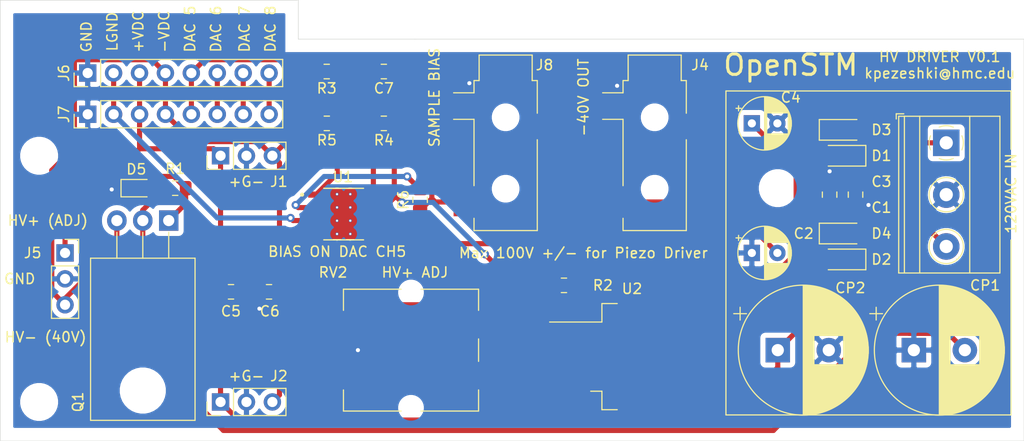
<source format=kicad_pcb>
(kicad_pcb (version 20171130) (host pcbnew "(5.1.6)-1")
  (layers (0 F.Cu signal) (31 B.Cu signal hide) (34 B.Paste user) (35 F.Paste user) (36 B.SilkS user) (37 F.SilkS user) (38 B.Mask user) (39 F.Mask user) (44 Edge.Cuts user))
  (net 0 "")
  (net 1 GND)
  (net 2 "Net-(C3-Pad1)")
  (net 3 "Net-(D1-Pad1)")
  (net 4 "Net-(D2-Pad1)")
  (net 5 "Net-(R2-Pad1)")
  (net 6 "Net-(RV2-Pad3)")
  (net 7 /hvpower/negreg/VNEG)
  (net 8 "Net-(D5-Pad2)")
  (net 9 /HVN)
  (net 10 /HVP)
  (net 11 "Net-(C7-Pad2)")
  (net 12 /biasamp/OUT)
  (net 13 "Net-(J6-Pad8)")
  (net 14 "Net-(J6-Pad7)")
  (net 15 "Net-(J6-Pad6)")
  (net 16 /DACBIAS)
  (net 17 /biasamp/BIAS)
  (net 18 "Net-(R4-Pad2)")
  (net 19 "Net-(R5-Pad1)")
  (net 20 "Net-(U1-Pad9)")
  (net 21 "Net-(U1-Pad5)")
  (module MountingHole:MountingHole_2.7mm_M2.5 (layer F.Cu) (at 118.11 91.44)
    (fp_text reference REF**)
    (fp_text value MountingHole_2.7mm_M2.5)
    (pad 1 np_thru_hole circle (at 0 0) (size 2.7 2.7) (drill 2.7) (layers *.Cu *.Mask))
  )
  (module MountingHole:MountingHole_2.7mm_M2.5 (layer F.Cu) (at 118.11 115.57)
    (fp_text reference REF**)
    (fp_text value MountingHole_2.7mm_M2.5)
    (pad 1 np_thru_hole circle (at 0 0) (size 2.7 2.7) (drill 2.7) (layers *.Cu *.Mask))
  )
  (module MountingHole:MountingHole_2.7mm_M2.5 (layer F.Cu) (at 190.5 94.615)
    (fp_text reference REF**)
    (fp_text value MountingHole_2.7mm_M2.5)
    (pad 1 np_thru_hole circle (at 0 0) (size 2.7 2.7) (drill 2.7) (layers *.Cu *.Mask))
  )
  (module VREG_LM5017MR:NOPB (layer F.Cu) (at 147.955 97.155)
    (fp_text reference U1 (at -0.075 -3.635) (layer F.SilkS))
    (fp_text value OPA454AIDDA)
    (pad 17 thru_hole circle (at 0.65 1.95) (size 0.3 0.3) (drill 0.2) (layers *.Cu *.Mask))
    (pad 16 thru_hole circle (at -0.65 1.95) (size 0.3 0.3) (drill 0.2) (layers *.Cu *.Mask))
    (pad 15 thru_hole circle (at 0.65 0.65) (size 0.3 0.3) (drill 0.2) (layers *.Cu *.Mask))
    (pad 14 thru_hole circle (at -0.65 0.65) (size 0.3 0.3) (drill 0.2) (layers *.Cu *.Mask))
    (pad 13 thru_hole circle (at 0.65 -0.65) (size 0.3 0.3) (drill 0.2) (layers *.Cu *.Mask))
    (pad 12 thru_hole circle (at -0.65 -0.65) (size 0.3 0.3) (drill 0.2) (layers *.Cu *.Mask))
    (pad 11 thru_hole circle (at 0.65 -1.95) (size 0.3 0.3) (drill 0.2) (layers *.Cu *.Mask))
    (pad 10 thru_hole circle (at -0.65 -1.95) (size 0.3 0.3) (drill 0.2) (layers *.Cu *.Mask))
    (pad 9 smd rect (at 0 0) (size 2.95 4.9) (layers F.Cu) (net 20 "Net-(U1-Pad9)"))
    (pad 8 smd rect (at 2.7 -1.905) (size 1.55 0.6) (layers F.Cu F.Paste) (net 18 "Net-(R4-Pad2)"))
    (pad 7 smd rect (at 2.7 -0.635) (size 1.55 0.6) (layers F.Cu F.Paste) (net 10 /HVP))
    (pad 6 smd rect (at 2.7 0.635) (size 1.55 0.6) (layers F.Cu F.Paste) (net 12 /biasamp/OUT))
    (pad 5 smd rect (at 2.7 1.905) (size 1.55 0.6) (layers F.Cu F.Paste) (net 21 "Net-(U1-Pad5)"))
    (pad 4 smd rect (at -2.7 1.905) (size 1.55 0.6) (layers F.Cu F.Paste) (net 9 /HVN))
    (pad 3 smd rect (at -2.7 0.635) (size 1.55 0.6) (layers F.Cu F.Paste) (net 17 /biasamp/BIAS))
    (pad 2 smd rect (at -2.7 -0.635) (size 1.55 0.6) (layers F.Cu F.Paste) (net 11 "Net-(C7-Pad2)"))
    (pad 1 smd rect (at -2.7 -1.905) (size 1.55 0.6) (layers F.Cu F.Paste) (net 19 "Net-(R5-Pad1)"))
  )
  (module Resistor_SMD:R_0805_2012Metric_Pad1.15x1.40mm_HandSolder (layer F.Cu) (at 155.448 95.758 90)
    (fp_text reference R6 (at 0 -1.65 90) (layer F.SilkS))
    (fp_text value 50K)
    (pad 2 smd roundrect (at 1.025 0 90) (size 1.15 1.4) (layers F.Cu F.Paste F.Mask) (roundrect_rratio 0.217391) (net 11 "Net-(C7-Pad2)"))
    (pad 1 smd roundrect (at -1.025 0 90) (size 1.15 1.4) (layers F.Cu F.Paste F.Mask) (roundrect_rratio 0.217391) (net 12 /biasamp/OUT))
  )
  (module Resistor_SMD:R_0805_2012Metric_Pad1.15x1.40mm_HandSolder (layer F.Cu) (at 146.304 88.265 180)
    (fp_text reference R5 (at 0 -1.65) (layer F.SilkS))
    (fp_text value 100K)
    (pad 2 smd roundrect (at 1.025 0 180) (size 1.15 1.4) (layers F.Cu F.Paste F.Mask) (roundrect_rratio 0.217391) (net 9 /HVN))
    (pad 1 smd roundrect (at -1.025 0 180) (size 1.15 1.4) (layers F.Cu F.Paste F.Mask) (roundrect_rratio 0.217391) (net 19 "Net-(R5-Pad1)"))
  )
  (module Resistor_SMD:R_0805_2012Metric_Pad1.15x1.40mm_HandSolder (layer F.Cu) (at 151.892 88.265 180)
    (fp_text reference R4 (at 0 -1.65) (layer F.SilkS))
    (fp_text value 100K)
    (pad 2 smd roundrect (at 1.025 0 180) (size 1.15 1.4) (layers F.Cu F.Paste F.Mask) (roundrect_rratio 0.217391) (net 18 "Net-(R4-Pad2)"))
    (pad 1 smd roundrect (at -1.025 0 180) (size 1.15 1.4) (layers F.Cu F.Paste F.Mask) (roundrect_rratio 0.217391) (net 10 /HVP))
  )
  (module Resistor_SMD:R_0805_2012Metric_Pad1.15x1.40mm_HandSolder (layer F.Cu) (at 146.295 83.185 180)
    (fp_text reference R3 (at 0 -1.65) (layer F.SilkS))
    (fp_text value 1k)
    (pad 2 smd roundrect (at 1.025 0 180) (size 1.15 1.4) (layers F.Cu F.Paste F.Mask) (roundrect_rratio 0.217391) (net 16 /DACBIAS))
    (pad 1 smd roundrect (at -1.025 0 180) (size 1.15 1.4) (layers F.Cu F.Paste F.Mask) (roundrect_rratio 0.217391) (net 11 "Net-(C7-Pad2)"))
  )
  (module Connector_Audio:Jack_3.5mm_CUI_SJ-3523-SMT_Horizontal (layer F.Cu) (at 163.83 90.17)
    (fp_text reference J8 (at 3.81 -7.62) (layer F.SilkS))
    (fp_text value AudioJack2)
    (pad "" np_thru_hole circle (at 0 4.5) (size 1.7 1.7) (drill 1.7) (layers *.Cu *.Mask))
    (pad "" np_thru_hole circle (at 0 -2.5) (size 1.7 1.7) (drill 1.7) (layers *.Cu *.Mask))
    (pad T smd rect (at -3.7 5.8) (size 2.8 2.8) (layers F.Cu F.Paste F.Mask) (net 12 /biasamp/OUT))
    (pad S smd rect (at -3.7 -3.6) (size 2.8 2.2) (layers F.Cu F.Paste F.Mask) (net 1 GND))
    (pad R smd rect (at 3.7 -1.6) (size 2.8 2.2) (layers F.Cu F.Paste F.Mask))
  )
  (module Connector_PinHeader_2.54mm:PinHeader_1x08_P2.54mm_Vertical (layer F.Cu) (at 122.8725 87.376 90)
    (fp_text reference J7 (at 0 -2.33 90) (layer F.SilkS))
    (fp_text value Conn_01x08_Female)
    (pad 8 thru_hole oval (at 0 17.78 90) (size 1.7 1.7) (drill 1) (layers *.Cu *.Mask) (net 13 "Net-(J6-Pad8)"))
    (pad 7 thru_hole oval (at 0 15.24 90) (size 1.7 1.7) (drill 1) (layers *.Cu *.Mask) (net 14 "Net-(J6-Pad7)"))
    (pad 6 thru_hole oval (at 0 12.7 90) (size 1.7 1.7) (drill 1) (layers *.Cu *.Mask) (net 15 "Net-(J6-Pad6)"))
    (pad 5 thru_hole oval (at 0 10.16 90) (size 1.7 1.7) (drill 1) (layers *.Cu *.Mask) (net 16 /DACBIAS))
    (pad 4 thru_hole oval (at 0 7.62 90) (size 1.7 1.7) (drill 1) (layers *.Cu *.Mask) (net 9 /HVN))
    (pad 3 thru_hole oval (at 0 5.08 90) (size 1.7 1.7) (drill 1) (layers *.Cu *.Mask) (net 10 /HVP))
    (pad 2 thru_hole oval (at 0 2.54 90) (size 1.7 1.7) (drill 1) (layers *.Cu *.Mask) (net 17 /biasamp/BIAS))
    (pad 1 thru_hole rect (at 0 0 90) (size 1.7 1.7) (drill 1) (layers *.Cu *.Mask) (net 1 GND))
  )
  (module Connector_PinHeader_2.54mm:PinHeader_1x08_P2.54mm_Vertical (layer F.Cu) (at 122.86742 83.33232 90)
    (fp_text reference J6 (at 0 -2.33 90) (layer F.SilkS))
    (fp_text value Conn_01x08_Male)
    (pad 8 thru_hole oval (at 0 17.78 90) (size 1.7 1.7) (drill 1) (layers *.Cu *.Mask) (net 13 "Net-(J6-Pad8)"))
    (pad 7 thru_hole oval (at 0 15.24 90) (size 1.7 1.7) (drill 1) (layers *.Cu *.Mask) (net 14 "Net-(J6-Pad7)"))
    (pad 6 thru_hole oval (at 0 12.7 90) (size 1.7 1.7) (drill 1) (layers *.Cu *.Mask) (net 15 "Net-(J6-Pad6)"))
    (pad 5 thru_hole oval (at 0 10.16 90) (size 1.7 1.7) (drill 1) (layers *.Cu *.Mask) (net 16 /DACBIAS))
    (pad 4 thru_hole oval (at 0 7.62 90) (size 1.7 1.7) (drill 1) (layers *.Cu *.Mask) (net 9 /HVN))
    (pad 3 thru_hole oval (at 0 5.08 90) (size 1.7 1.7) (drill 1) (layers *.Cu *.Mask) (net 10 /HVP))
    (pad 2 thru_hole oval (at 0 2.54 90) (size 1.7 1.7) (drill 1) (layers *.Cu *.Mask) (net 17 /biasamp/BIAS))
    (pad 1 thru_hole rect (at 0 0 90) (size 1.7 1.7) (drill 1) (layers *.Cu *.Mask) (net 1 GND))
  )
  (module Capacitor_SMD:C_0805_2012Metric_Pad1.15x1.40mm_HandSolder (layer F.Cu) (at 151.892 83.185 180)
    (fp_text reference C7 (at 0 -1.65) (layer F.SilkS))
    (fp_text value 1nF)
    (pad 2 smd roundrect (at 1.025 0 180) (size 1.15 1.4) (layers F.Cu F.Paste F.Mask) (roundrect_rratio 0.217391) (net 11 "Net-(C7-Pad2)"))
    (pad 1 smd roundrect (at -1.025 0 180) (size 1.15 1.4) (layers F.Cu F.Paste F.Mask) (roundrect_rratio 0.217391) (net 12 /biasamp/OUT))
  )
  (module Capacitor_THT:CP_Radial_D12.5mm_P5.00mm (layer F.Cu) (at 190.5 110.49)
    (fp_text reference CP2 (at 7.112 -6.096) (layer F.SilkS))
    (fp_text value 200uF)
    (pad 2 thru_hole circle (at 5 0) (size 2.4 2.4) (drill 1.2) (layers *.Cu *.Mask) (net 1 GND))
    (pad 1 thru_hole rect (at 0 0) (size 2.4 2.4) (drill 1.2) (layers *.Cu *.Mask) (net 2 "Net-(C3-Pad1)"))
  )
  (module Capacitor_THT:CP_Radial_D12.5mm_P5.00mm (layer F.Cu) (at 203.835 110.49)
    (fp_text reference CP1 (at 6.985 -6.35) (layer F.SilkS))
    (fp_text value 200uF)
    (pad 2 thru_hole circle (at 5 0) (size 2.4 2.4) (drill 1.2) (layers *.Cu *.Mask) (net 7 /hvpower/negreg/VNEG))
    (pad 1 thru_hole rect (at 0 0) (size 2.4 2.4) (drill 1.2) (layers *.Cu *.Mask) (net 1 GND))
  )
  (module Connector_PinSocket_2.54mm:PinSocket_1x03_P2.54mm_Vertical (layer F.Cu) (at 120.65 100.965)
    (fp_text reference J5 (at -3.175 0) (layer F.SilkS))
    (fp_text value Conn_01x03_Female)
    (pad 3 thru_hole oval (at 0 5.08) (size 1.7 1.7) (drill 1) (layers *.Cu *.Mask) (net 9 /HVN))
    (pad 2 thru_hole oval (at 0 2.54) (size 1.7 1.7) (drill 1) (layers *.Cu *.Mask) (net 1 GND))
    (pad 1 thru_hole rect (at 0 0) (size 1.7 1.7) (drill 1) (layers *.Cu *.Mask) (net 10 /HVP))
  )
  (module Package_TO_SOT_THT:TO-220-3_Horizontal_TabDown (layer F.Cu) (at 130.81 97.79 180)
    (fp_text reference Q1 (at 8.89 -17.78 270) (layer F.SilkS))
    (fp_text value TIP127)
    (pad 3 thru_hole oval (at 5.08 0 180) (size 1.905 2) (drill 1.1) (layers *.Cu *.Mask) (net 9 /HVN))
    (pad 2 thru_hole oval (at 2.54 0 180) (size 1.905 2) (drill 1.1) (layers *.Cu *.Mask) (net 7 /hvpower/negreg/VNEG))
    (pad 1 thru_hole rect (at 0 0 180) (size 1.905 2) (drill 1.1) (layers *.Cu *.Mask) (net 8 "Net-(D5-Pad2)"))
    (pad "" np_thru_hole oval (at 2.54 -16.66 180) (size 3.5 3.5) (drill 3.5) (layers *.Cu *.Mask))
  )
  (module Resistor_SMD:R_0805_2012Metric_Pad1.15x1.40mm_HandSolder (layer F.Cu) (at 131.445 94.615 180)
    (fp_text reference R1 (at 0 1.905) (layer F.SilkS))
    (fp_text value 10k)
    (pad 2 smd roundrect (at 1.025 0 180) (size 1.15 1.4) (layers F.Cu F.Paste F.Mask) (roundrect_rratio 0.217391) (net 7 /hvpower/negreg/VNEG))
    (pad 1 smd roundrect (at -1.025 0 180) (size 1.15 1.4) (layers F.Cu F.Paste F.Mask) (roundrect_rratio 0.217391) (net 8 "Net-(D5-Pad2)"))
  )
  (module Diode_SMD:D_SOD-323 (layer F.Cu) (at 127.635 94.615)
    (fp_text reference D5 (at 0 -1.85) (layer F.SilkS))
    (fp_text value D_Zener)
    (pad 2 smd rect (at 1.05 0) (size 0.6 0.45) (layers F.Cu F.Paste F.Mask) (net 8 "Net-(D5-Pad2)"))
    (pad 1 smd rect (at -1.05 0) (size 0.6 0.45) (layers F.Cu F.Paste F.Mask) (net 1 GND))
  )
  (module Connector_Audio:Jack_3.5mm_CUI_SJ-3523-SMT_Horizontal (layer F.Cu) (at 178.435 90.17)
    (fp_text reference J4 (at 4.445 -7.62 180) (layer F.SilkS))
    (fp_text value AudioJack2)
    (pad "" np_thru_hole circle (at 0 4.5) (size 1.7 1.7) (drill 1.7) (layers *.Cu *.Mask))
    (pad "" np_thru_hole circle (at 0 -2.5) (size 1.7 1.7) (drill 1.7) (layers *.Cu *.Mask))
    (pad T smd rect (at -3.7 5.8) (size 2.8 2.8) (layers F.Cu F.Paste F.Mask) (net 9 /HVN))
    (pad S smd rect (at -3.7 -3.6) (size 2.8 2.2) (layers F.Cu F.Paste F.Mask) (net 1 GND))
    (pad R smd rect (at 3.7 -1.6) (size 2.8 2.2) (layers F.Cu F.Paste F.Mask))
  )
  (module Capacitor_SMD:C_0805_2012Metric_Pad1.15x1.40mm_HandSolder (layer F.Cu) (at 140.64 104.775 180)
    (fp_text reference C6 (at -0.076 -1.905) (layer F.SilkS))
    (fp_text value 1uF)
    (pad 2 smd roundrect (at 1.025 0 180) (size 1.15 1.4) (layers F.Cu F.Paste F.Mask) (roundrect_rratio 0.217391) (net 1 GND))
    (pad 1 smd roundrect (at -1.025 0 180) (size 1.15 1.4) (layers F.Cu F.Paste F.Mask) (roundrect_rratio 0.217391) (net 9 /HVN))
  )
  (module Capacitor_SMD:C_0805_2012Metric_Pad1.15x1.40mm_HandSolder (layer F.Cu) (at 136.915 104.775)
    (fp_text reference C5 (at -0.009 1.905) (layer F.SilkS))
    (fp_text value 1uF)
    (pad 2 smd roundrect (at 1.025 0) (size 1.15 1.4) (layers F.Cu F.Paste F.Mask) (roundrect_rratio 0.217391) (net 1 GND))
    (pad 1 smd roundrect (at -1.025 0) (size 1.15 1.4) (layers F.Cu F.Paste F.Mask) (roundrect_rratio 0.217391) (net 10 /HVP))
  )
  (module Package_TO_SOT_SMD:TO-263-3_TabPin2 (layer F.Cu) (at 176.215 111.125)
    (fp_text reference U2 (at 0 -6.65) (layer F.SilkS))
    (fp_text value TL783)
    (pad 2 smd rect (at 3.375 0) (size 9.4 10.8) (layers F.Cu F.Mask) (net 10 /HVP))
    (pad 3 smd rect (at -5.775 2.54) (size 4.6 1.1) (layers F.Cu F.Paste F.Mask) (net 2 "Net-(C3-Pad1)"))
    (pad 2 smd rect (at -5.775 0) (size 4.6 1.1) (layers F.Cu F.Paste F.Mask) (net 10 /HVP))
    (pad 1 smd rect (at -5.775 -2.54) (size 4.6 1.1) (layers F.Cu F.Paste F.Mask) (net 5 "Net-(R2-Pad1)"))
  )
  (module Potentiometer_SMD:Potentiometer_Bourns_PRS11S_Vertical (layer F.Cu) (at 154.305 110.49)
    (fp_text reference RV2 (at -7.3914 -7.62) (layer F.SilkS))
    (fp_text value 10k)
    (pad "" np_thru_hole circle (at 0.25 5.65) (size 1.5 1.5) (drill 1.5) (layers *.Cu *.Mask))
    (pad "" np_thru_hole circle (at 0.25 -5.65) (size 1.5 1.5) (drill 1.5) (layers *.Cu *.Mask))
    (pad 5 smd rect (at 8.25 2.5) (size 4 2) (layers F.Cu F.Paste F.Mask))
    (pad 4 smd rect (at 8.25 -2.5) (size 4 2) (layers F.Cu F.Paste F.Mask))
    (pad 3 smd rect (at -8.25 2.5) (size 4 2) (layers F.Cu F.Paste F.Mask) (net 6 "Net-(RV2-Pad3)"))
    (pad 2 smd rect (at -8.25 0) (size 4 2) (layers F.Cu F.Paste F.Mask) (net 1 GND))
    (pad 1 smd rect (at -8.25 -2.5) (size 4 2) (layers F.Cu F.Paste F.Mask) (net 5 "Net-(R2-Pad1)"))
  )
  (module Resistor_SMD:R_0805_2012Metric_Pad1.15x1.40mm_HandSolder (layer F.Cu) (at 169.545 104.14)
    (fp_text reference R2 (at 3.81 0) (layer F.SilkS))
    (fp_text value 100)
    (pad 2 smd roundrect (at 1.025 0) (size 1.15 1.4) (layers F.Cu F.Paste F.Mask) (roundrect_rratio 0.217391) (net 10 /HVP))
    (pad 1 smd roundrect (at -1.025 0) (size 1.15 1.4) (layers F.Cu F.Paste F.Mask) (roundrect_rratio 0.217391) (net 5 "Net-(R2-Pad1)"))
  )
  (module TerminalBlock_Phoenix:TerminalBlock_Phoenix_MKDS-1,5-3-5.08_1x03_P5.08mm_Horizontal (layer F.Cu) (at 207.01 90.17 270)
    (fp_text reference J3)
    (fp_text value Screw_Terminal_01x03)
    (pad 3 thru_hole circle (at 10.16 0 270) (size 2.6 2.6) (drill 1.3) (layers *.Cu *.Mask) (net 4 "Net-(D2-Pad1)"))
    (pad 2 thru_hole circle (at 5.08 0 270) (size 2.6 2.6) (drill 1.3) (layers *.Cu *.Mask) (net 1 GND))
    (pad 1 thru_hole rect (at 0 0 270) (size 2.6 2.6) (drill 1.3) (layers *.Cu *.Mask) (net 3 "Net-(D1-Pad1)"))
  )
  (module Connector_PinHeader_2.54mm:PinHeader_1x03_P2.54mm_Vertical (layer F.Cu) (at 135.89 115.57 90)
    (fp_text reference J2 (at 2.54 5.715 180) (layer F.SilkS))
    (fp_text value Conn_01x03_Male)
    (pad 3 thru_hole oval (at 0 5.08 90) (size 1.7 1.7) (drill 1) (layers *.Cu *.Mask) (net 9 /HVN))
    (pad 2 thru_hole oval (at 0 2.54 90) (size 1.7 1.7) (drill 1) (layers *.Cu *.Mask) (net 1 GND))
    (pad 1 thru_hole rect (at 0 0 90) (size 1.7 1.7) (drill 1) (layers *.Cu *.Mask) (net 10 /HVP))
  )
  (module Connector_PinHeader_2.54mm:PinHeader_1x03_P2.54mm_Vertical (layer F.Cu) (at 135.89 91.44 90)
    (fp_text reference J1 (at -2.54 5.715 180) (layer F.SilkS))
    (fp_text value Conn_01x03_Male)
    (pad 3 thru_hole oval (at 0 5.08 90) (size 1.7 1.7) (drill 1) (layers *.Cu *.Mask) (net 9 /HVN))
    (pad 2 thru_hole oval (at 0 2.54 90) (size 1.7 1.7) (drill 1) (layers *.Cu *.Mask) (net 1 GND))
    (pad 1 thru_hole rect (at 0 0 90) (size 1.7 1.7) (drill 1) (layers *.Cu *.Mask) (net 10 /HVP))
  )
  (module Diode_SMD:D_SMF (layer F.Cu) (at 196.85 99.06)
    (fp_text reference D4 (at 3.81 0) (layer F.SilkS))
    (fp_text value D)
    (pad 2 smd rect (at 1.45 0) (size 1.3 1.4) (layers F.Cu F.Paste F.Mask) (net 4 "Net-(D2-Pad1)"))
    (pad 1 smd rect (at -1.45 0) (size 1.3 1.4) (layers F.Cu F.Paste F.Mask) (net 2 "Net-(C3-Pad1)"))
  )
  (module Diode_SMD:D_SMF (layer F.Cu) (at 196.85 88.9)
    (fp_text reference D3 (at 3.81 0) (layer F.SilkS))
    (fp_text value D)
    (pad 2 smd rect (at 1.45 0) (size 1.3 1.4) (layers F.Cu F.Paste F.Mask) (net 3 "Net-(D1-Pad1)"))
    (pad 1 smd rect (at -1.45 0) (size 1.3 1.4) (layers F.Cu F.Paste F.Mask) (net 2 "Net-(C3-Pad1)"))
  )
  (module Diode_SMD:D_SMF (layer F.Cu) (at 196.85 101.6 180)
    (fp_text reference D2 (at -3.81 0) (layer F.SilkS))
    (fp_text value D)
    (pad 2 smd rect (at 1.45 0 180) (size 1.3 1.4) (layers F.Cu F.Paste F.Mask) (net 7 /hvpower/negreg/VNEG))
    (pad 1 smd rect (at -1.45 0 180) (size 1.3 1.4) (layers F.Cu F.Paste F.Mask) (net 4 "Net-(D2-Pad1)"))
  )
  (module Diode_SMD:D_SMF (layer F.Cu) (at 196.85 91.44 180)
    (fp_text reference D1 (at -3.81 0) (layer F.SilkS))
    (fp_text value D)
    (pad 2 smd rect (at 1.45 0 180) (size 1.3 1.4) (layers F.Cu F.Paste F.Mask) (net 7 /hvpower/negreg/VNEG))
    (pad 1 smd rect (at -1.45 0 180) (size 1.3 1.4) (layers F.Cu F.Paste F.Mask) (net 3 "Net-(D1-Pad1)"))
  )
  (module Capacitor_THT:CP_Radial_D5.0mm_P2.50mm (layer F.Cu) (at 187.96 88.265)
    (fp_text reference C4 (at 3.81 -2.54) (layer F.SilkS))
    (fp_text value 10uF)
    (pad 2 thru_hole circle (at 2.5 0) (size 1.6 1.6) (drill 0.8) (layers *.Cu *.Mask) (net 1 GND))
    (pad 1 thru_hole rect (at 0 0) (size 1.6 1.6) (drill 0.8) (layers *.Cu *.Mask) (net 10 /HVP))
  )
  (module Capacitor_SMD:C_0805_2012Metric_Pad1.15x1.40mm_HandSolder (layer F.Cu) (at 195.58 95.25 90)
    (fp_text reference C3 (at 1.27 5.08 180) (layer F.SilkS))
    (fp_text value 1uF)
    (pad 2 smd roundrect (at 1.025 0 90) (size 1.15 1.4) (layers F.Cu F.Paste F.Mask) (roundrect_rratio 0.217391) (net 1 GND))
    (pad 1 smd roundrect (at -1.025 0 90) (size 1.15 1.4) (layers F.Cu F.Paste F.Mask) (roundrect_rratio 0.217391) (net 2 "Net-(C3-Pad1)"))
  )
  (module Capacitor_THT:CP_Radial_D5.0mm_P2.50mm (layer F.Cu) (at 187.96 100.965)
    (fp_text reference C2 (at 5.08 -1.905) (layer F.SilkS))
    (fp_text value 10uF)
    (pad 2 thru_hole circle (at 2.5 0) (size 1.6 1.6) (drill 0.8) (layers *.Cu *.Mask) (net 9 /HVN))
    (pad 1 thru_hole rect (at 0 0) (size 1.6 1.6) (drill 0.8) (layers *.Cu *.Mask) (net 1 GND))
  )
  (module Capacitor_SMD:C_0805_2012Metric_Pad1.15x1.40mm_HandSolder (layer F.Cu) (at 198.12 95.25 90)
    (fp_text reference C1 (at -1.27 2.54 180) (layer F.SilkS))
    (fp_text value 1uF)
    (pad 2 smd roundrect (at 1.025 0 90) (size 1.15 1.4) (layers F.Cu F.Paste F.Mask) (roundrect_rratio 0.217391) (net 7 /hvpower/negreg/VNEG))
    (pad 1 smd roundrect (at -1.025 0 90) (size 1.15 1.4) (layers F.Cu F.Paste F.Mask) (roundrect_rratio 0.217391) (net 1 GND))
  )
  (gr_text "BIAS ON DAC CH5" (at 147.32 100.838) (layer F.SilkS) (effects (font (size 1 1))))
  (gr_line (start 143.51 76.2) (end 114.3 76.2) (layer Edge.Cuts) (width 0.05))
  (gr_line (start 143.51 80.01) (end 143.51 76.2) (layer Edge.Cuts) (width 0.05))
  (gr_line (start 154.94 80.01) (end 143.51 80.01) (layer Edge.Cuts) (width 0.05))
  (gr_line (start 214.63 119.38) (end 114.3 119.38) (layer Edge.Cuts) (width 0.05))
  (gr_line (start 214.63 118.11) (end 214.63 119.38) (layer Edge.Cuts) (width 0.05))
  (gr_line (start 214.63 80.01) (end 214.63 118.11) (layer Edge.Cuts) (width 0.05))
  (gr_line (start 154.94 80.01) (end 214.63 80.01) (layer Edge.Cuts) (width 0.05))
  (gr_line (start 114.3 119.38) (end 114.3 76.2) (layer Edge.Cuts) (width 0.05))
  (gr_text "-40V OUT" (at 171.45 85.725 90) (layer F.SilkS) (effects (font (size 1 1))))
  (gr_text +VDC (at 127.82042 79.26832 90) (layer F.SilkS) (effects (font (size 1 1))))
  (gr_text "DAC 8" (at 140.77442 79.01432 90) (layer F.SilkS) (effects (font (size 1 1))))
  (gr_text "DAC 6" (at 135.44042 79.01432 90) (layer F.SilkS) (effects (font (size 1 1))))
  (gr_text "DAC 7" (at 138.23442 79.01432 90) (layer F.SilkS) (effects (font (size 1 1))))
  (gr_text LGND (at 125.28042 79.26832 90) (layer F.SilkS) (effects (font (size 1 1))))
  (gr_text GND (at 122.74042 79.77632 90) (layer F.SilkS) (effects (font (size 1 1))))
  (gr_text "DAC 5" (at 132.90042 79.01432 90) (layer F.SilkS) (effects (font (size 1 1))))
  (gr_text -VDC (at 130.36042 79.26832 90) (layer F.SilkS) (effects (font (size 1 1))))
  (gr_text "SAMPLE BIAS" (at 156.845 85.725 90) (layer F.SilkS) (effects (font (size 1 1))))
  (gr_text GND (at 116.205 103.505) (layer F.SilkS) (effects (font (size 1 1))))
  (gr_text "HV- (40V)" (at 118.745 109.22) (layer F.SilkS) (effects (font (size 1 1))))
  (gr_text "HV+ (ADJ)" (at 114.935 97.79) (layer F.SilkS) (effects (font (size 1 1)) (justify left)))
  (gr_text "120VAC IN" (at 213.36 95.13316 90) (layer F.SilkS) (effects (font (size 1 1))))
  (gr_text "Max 100V +/- for Piezo Driver" (at 171.45 100.965) (layer F.SilkS) (effects (font (size 1 1))))
  (gr_text OpenSTM (at 191.77 82.55) (layer F.SilkS) (effects (font (size 2 2) (thickness 0.3))))
  (gr_line (start 185.42 116.84) (end 185.42 85.09) (layer F.SilkS) (width 0.12))
  (gr_line (start 213.36 116.84) (end 185.42 116.84) (layer F.SilkS) (width 0.12))
  (gr_line (start 213.36 99.695) (end 213.36 116.84) (layer F.SilkS) (width 0.12))
  (gr_line (start 213.36 85.09) (end 213.36 90.805) (layer F.SilkS) (width 0.12))
  (gr_line (start 185.42 85.09) (end 213.36 85.09) (layer F.SilkS) (width 0.12))
  (gr_text +G- (at 138.43 113.03) (layer F.SilkS) (effects (font (size 1 1))))
  (gr_text +G- (at 138.43 93.98) (layer F.SilkS) (effects (font (size 1 1))))
  (gr_text "HV DRIVER V0.1\nkpezeshki@hmc.edu\n" (at 206.375 82.55) (layer F.SilkS) (effects (font (size 1 1))))
  (gr_text "HV+ ADJ" (at 154.94 102.87) (layer F.SilkS) (effects (font (size 1 1))))
  (via (at 195.58 92.964) (size 0.8) (drill 0.4) (layers F.Cu B.Cu) (net 1))
  (segment (start 195.58 94.225) (end 195.58 92.964) (width 0.5) (layer F.Cu) (net 1))
  (segment (start 195.58 92.964) (end 195.58 93.726) (width 0.5) (layer B.Cu) (net 1))
  (via (at 199.39 96.266) (size 0.8) (drill 0.4) (layers F.Cu B.Cu) (net 1))
  (segment (start 198.12 96.275) (end 199.381 96.275) (width 0.5) (layer F.Cu) (net 1))
  (segment (start 199.381 96.275) (end 199.39 96.266) (width 0.5) (layer F.Cu) (net 1))
  (segment (start 174.735 86.57) (end 174.735 84.599) (width 0.5) (layer F.Cu) (net 1))
  (via (at 174.752 84.582) (size 0.8) (drill 0.4) (layers F.Cu B.Cu) (net 1))
  (segment (start 174.735 84.599) (end 174.752 84.582) (width 0.5) (layer F.Cu) (net 1))
  (via (at 160.274 84.328) (size 0.8) (drill 0.4) (layers F.Cu B.Cu) (net 1))
  (segment (start 160.13 86.57) (end 160.13 84.472) (width 0.5) (layer F.Cu) (net 1))
  (segment (start 160.13 84.472) (end 160.274 84.328) (width 0.5) (layer F.Cu) (net 1))
  (via (at 149.352 110.49) (size 0.8) (drill 0.4) (layers F.Cu B.Cu) (net 1))
  (segment (start 146.055 110.49) (end 149.352 110.49) (width 0.5) (layer F.Cu) (net 1))
  (segment (start 137.94 104.775) (end 139.615 104.775) (width 0.5) (layer F.Cu) (net 1))
  (via (at 139.7 106.426) (size 0.8) (drill 0.4) (layers F.Cu B.Cu) (net 1))
  (segment (start 139.615 104.775) (end 139.615 106.341) (width 0.5) (layer F.Cu) (net 1))
  (segment (start 139.615 106.341) (end 139.7 106.426) (width 0.5) (layer F.Cu) (net 1))
  (via (at 125.222 94.742) (size 0.8) (drill 0.4) (layers F.Cu B.Cu) (net 1))
  (segment (start 126.585 94.615) (end 125.349 94.615) (width 0.5) (layer F.Cu) (net 1))
  (segment (start 125.349 94.615) (end 125.222 94.742) (width 0.5) (layer F.Cu) (net 1))
  (segment (start 194.299999 106.690001) (end 190.5 110.49) (width 0.5) (layer F.Cu) (net 2))
  (segment (start 194.299999 100.160001) (end 194.299999 106.690001) (width 0.5) (layer F.Cu) (net 2))
  (segment (start 195.4 99.06) (end 194.299999 100.160001) (width 0.5) (layer F.Cu) (net 2))
  (segment (start 195.58 98.88) (end 195.4 99.06) (width 0.5) (layer F.Cu) (net 2))
  (segment (start 195.58 96.275) (end 195.58 98.88) (width 0.5) (layer F.Cu) (net 2))
  (segment (start 194.299999 90.000001) (end 194.299999 97.959999) (width 0.5) (layer F.Cu) (net 2))
  (segment (start 194.299999 97.959999) (end 195.4 99.06) (width 0.5) (layer F.Cu) (net 2))
  (segment (start 195.4 88.9) (end 194.299999 90.000001) (width 0.5) (layer F.Cu) (net 2))
  (segment (start 180.225 110.49) (end 179.59 111.125) (width 0.5) (layer F.Cu) (net 10))
  (segment (start 199.57 90.17) (end 198.3 88.9) (width 0.5) (layer F.Cu) (net 3))
  (segment (start 207.01 90.17) (end 199.57 90.17) (width 0.5) (layer F.Cu) (net 3))
  (segment (start 198.3 91.44) (end 198.3 91.26) (width 0.5) (layer F.Cu) (net 3))
  (segment (start 199.39 90.17) (end 199.57 90.17) (width 0.5) (layer F.Cu) (net 3))
  (segment (start 198.3 91.26) (end 199.39 90.17) (width 0.5) (layer F.Cu) (net 3))
  (segment (start 198.3 99.06) (end 198.3 101.6) (width 0.5) (layer F.Cu) (net 4))
  (segment (start 205.74 99.06) (end 207.01 100.33) (width 0.5) (layer F.Cu) (net 4))
  (segment (start 198.3 99.06) (end 205.74 99.06) (width 0.5) (layer F.Cu) (net 4))
  (segment (start 170.44 106.06) (end 168.52 104.14) (width 0.5) (layer F.Cu) (net 5))
  (segment (start 170.44 108.585) (end 170.44 106.06) (width 0.5) (layer F.Cu) (net 5))
  (segment (start 148.004999 106.040001) (end 146.055 107.99) (width 0.5) (layer F.Cu) (net 5))
  (segment (start 166.619999 106.040001) (end 148.004999 106.040001) (width 0.5) (layer F.Cu) (net 5))
  (segment (start 168.52 104.14) (end 166.619999 106.040001) (width 0.5) (layer F.Cu) (net 5))
  (segment (start 198.12 94.16) (end 195.4 91.44) (width 0.5) (layer F.Cu) (net 7))
  (segment (start 198.12 94.225) (end 198.12 94.16) (width 0.5) (layer F.Cu) (net 7))
  (segment (start 196.96999 100.03001) (end 195.4 101.6) (width 0.5) (layer F.Cu) (net 7))
  (segment (start 196.96999 95.37501) (end 196.96999 100.03001) (width 0.5) (layer F.Cu) (net 7))
  (segment (start 198.12 94.225) (end 196.96999 95.37501) (width 0.5) (layer F.Cu) (net 7))
  (segment (start 207.184999 108.839999) (end 208.835 110.49) (width 0.5) (layer F.Cu) (net 7))
  (segment (start 203.379997 108.839999) (end 207.184999 108.839999) (width 0.5) (layer F.Cu) (net 7))
  (segment (start 196.96999 102.429992) (end 203.379997 108.839999) (width 0.5) (layer F.Cu) (net 7))
  (segment (start 196.96999 100.03001) (end 196.96999 102.429992) (width 0.5) (layer F.Cu) (net 7))
  (segment (start 199.592003 108.839999) (end 190.068002 118.364) (width 0.5) (layer F.Cu) (net 7))
  (segment (start 207.184999 108.839999) (end 199.592003 108.839999) (width 0.5) (layer F.Cu) (net 7))
  (segment (start 128.27 110.460002) (end 128.27 97.79) (width 0.5) (layer F.Cu) (net 7))
  (segment (start 136.173998 118.364) (end 128.27 110.460002) (width 0.5) (layer F.Cu) (net 7))
  (segment (start 190.068002 118.364) (end 136.173998 118.364) (width 0.5) (layer F.Cu) (net 7))
  (segment (start 128.27 96.765) (end 130.42 94.615) (width 0.5) (layer F.Cu) (net 7))
  (segment (start 128.27 97.79) (end 128.27 96.765) (width 0.5) (layer F.Cu) (net 7))
  (segment (start 129.805044 93.46499) (end 131.31999 93.46499) (width 0.5) (layer F.Cu) (net 8))
  (segment (start 129.39499 93.875044) (end 129.805044 93.46499) (width 0.5) (layer F.Cu) (net 8))
  (segment (start 129.39499 94.37901) (end 129.39499 93.875044) (width 0.5) (layer F.Cu) (net 8))
  (segment (start 131.31999 93.46499) (end 132.47 94.615) (width 0.5) (layer F.Cu) (net 8))
  (segment (start 129.159 94.615) (end 129.39499 94.37901) (width 0.5) (layer F.Cu) (net 8))
  (segment (start 128.685 94.615) (end 129.159 94.615) (width 0.5) (layer F.Cu) (net 8))
  (segment (start 132.47 96.13) (end 130.81 97.79) (width 0.5) (layer F.Cu) (net 8))
  (segment (start 132.47 94.615) (end 132.47 96.13) (width 0.5) (layer F.Cu) (net 8))
  (segment (start 185.465 95.97) (end 174.735 95.97) (width 0.5) (layer F.Cu) (net 9))
  (segment (start 190.46 100.965) (end 185.465 95.97) (width 0.5) (layer F.Cu) (net 9))
  (segment (start 141.665 114.875) (end 140.97 115.57) (width 0.5) (layer F.Cu) (net 9))
  (segment (start 141.665 104.775) (end 141.665 114.875) (width 0.5) (layer F.Cu) (net 9))
  (segment (start 141.665 104.775) (end 141.665 102.65) (width 0.5) (layer F.Cu) (net 9))
  (segment (start 141.665 92.135) (end 140.97 91.44) (width 0.5) (layer F.Cu) (net 9))
  (segment (start 141.665 104.775) (end 141.665 92.135) (width 0.5) (layer F.Cu) (net 9))
  (segment (start 130.4925 83.3374) (end 130.48742 83.33232) (width 0.5) (layer F.Cu) (net 9))
  (segment (start 130.4925 87.376) (end 130.4925 83.3374) (width 0.5) (layer F.Cu) (net 9))
  (segment (start 144.145 88.265) (end 140.97 91.44) (width 0.5) (layer F.Cu) (net 9))
  (segment (start 145.279 88.265) (end 144.145 88.265) (width 0.5) (layer F.Cu) (net 9))
  (segment (start 125.73 100.349002) (end 125.73 97.79) (width 0.5) (layer F.Cu) (net 9))
  (segment (start 120.65 105.429002) (end 125.73 100.349002) (width 0.5) (layer F.Cu) (net 9))
  (segment (start 120.65 106.045) (end 120.65 105.429002) (width 0.5) (layer F.Cu) (net 9))
  (segment (start 170.649999 100.055001) (end 144.259999 100.055001) (width 0.5) (layer F.Cu) (net 9))
  (segment (start 174.735 95.97) (end 170.649999 100.055001) (width 0.5) (layer F.Cu) (net 9))
  (segment (start 144.259999 100.055001) (end 142.2235 102.0915) (width 0.5) (layer F.Cu) (net 9))
  (segment (start 141.665 102.65) (end 142.2235 102.0915) (width 0.5) (layer F.Cu) (net 9))
  (segment (start 142.2235 102.0915) (end 145.255 99.06) (width 0.5) (layer F.Cu) (net 9))
  (segment (start 133.169988 90.053488) (end 130.4925 87.376) (width 0.5) (layer F.Cu) (net 9))
  (segment (start 139.583488 90.053488) (end 133.169988 90.053488) (width 0.5) (layer F.Cu) (net 9))
  (segment (start 140.97 91.44) (end 139.583488 90.053488) (width 0.5) (layer F.Cu) (net 9))
  (segment (start 129.187419 82.032319) (end 130.48742 83.33232) (width 0.5) (layer F.Cu) (net 9))
  (segment (start 121.657419 82.032319) (end 129.187419 82.032319) (width 0.5) (layer F.Cu) (net 9))
  (segment (start 121.567419 82.122319) (end 121.657419 82.032319) (width 0.5) (layer F.Cu) (net 9))
  (segment (start 121.567419 90.646583) (end 121.567419 82.122319) (width 0.5) (layer F.Cu) (net 9))
  (segment (start 119.349999 92.864003) (end 121.567419 90.646583) (width 0.5) (layer F.Cu) (net 9))
  (segment (start 119.349999 104.744999) (end 119.349999 92.864003) (width 0.5) (layer F.Cu) (net 9))
  (segment (start 120.65 106.045) (end 119.349999 104.744999) (width 0.5) (layer F.Cu) (net 9))
  (segment (start 192.300001 100.975001) (end 192.300001 92.605001) (width 0.5) (layer F.Cu) (net 10))
  (segment (start 189.135002 104.14) (end 192.300001 100.975001) (width 0.5) (layer F.Cu) (net 10))
  (segment (start 192.300001 92.605001) (end 187.96 88.265) (width 0.5) (layer F.Cu) (net 10))
  (segment (start 170.57 104.14) (end 189.135002 104.14) (width 0.5) (layer F.Cu) (net 10))
  (segment (start 170.44 113.665) (end 169.319998 113.665) (width 0.5) (layer F.Cu) (net 2))
  (segment (start 190.5 112.19) (end 190.5 110.49) (width 0.5) (layer F.Cu) (net 2))
  (segment (start 185.714999 116.975001) (end 190.5 112.19) (width 0.5) (layer F.Cu) (net 2))
  (segment (start 173.750001 116.975001) (end 185.714999 116.975001) (width 0.5) (layer F.Cu) (net 2))
  (segment (start 170.44 113.665) (end 173.750001 116.975001) (width 0.5) (layer F.Cu) (net 2))
  (segment (start 135.89 115.57) (end 135.89 104.775) (width 0.5) (layer F.Cu) (net 10))
  (segment (start 135.89 104.775) (end 135.89 91.44) (width 0.5) (layer F.Cu) (net 10))
  (segment (start 127.9525 83.3374) (end 127.94742 83.33232) (width 0.5) (layer F.Cu) (net 10))
  (segment (start 127.9525 87.376) (end 127.9525 83.3374) (width 0.5) (layer F.Cu) (net 10))
  (segment (start 151.93 96.52) (end 150.655 96.52) (width 0.5) (layer F.Cu) (net 10))
  (segment (start 152.917 95.533) (end 151.93 96.52) (width 0.5) (layer F.Cu) (net 10))
  (segment (start 152.917 88.265) (end 152.917 95.533) (width 0.5) (layer F.Cu) (net 10))
  (via (at 161.798 101.092) (size 0.8) (drill 0.4) (layers F.Cu B.Cu) (net 10))
  (segment (start 170.57 104.14) (end 169.41999 102.98999) (width 0.5) (layer F.Cu) (net 10))
  (segment (start 163.69599 102.98999) (end 161.798 101.092) (width 0.5) (layer F.Cu) (net 10))
  (segment (start 169.41999 102.98999) (end 163.69599 102.98999) (width 0.5) (layer F.Cu) (net 10))
  (via (at 153.67 96.012) (size 0.8) (drill 0.4) (layers F.Cu B.Cu) (net 10))
  (segment (start 161.798 101.092) (end 156.718 96.012) (width 0.5) (layer B.Cu) (net 10))
  (segment (start 156.718 96.012) (end 153.67 96.012) (width 0.5) (layer B.Cu) (net 10))
  (segment (start 153.191 95.533) (end 152.917 95.533) (width 0.5) (layer F.Cu) (net 10))
  (segment (start 153.67 96.012) (end 153.191 95.533) (width 0.5) (layer F.Cu) (net 10))
  (segment (start 127.9525 90.753498) (end 127.9525 87.376) (width 0.5) (layer F.Cu) (net 10))
  (segment (start 120.65 98.055998) (end 127.9525 90.753498) (width 0.5) (layer F.Cu) (net 10))
  (segment (start 120.65 100.965) (end 120.65 98.055998) (width 0.5) (layer F.Cu) (net 10))
  (segment (start 135.203498 90.753498) (end 135.89 91.44) (width 0.5) (layer F.Cu) (net 10))
  (segment (start 127.9525 90.753498) (end 135.203498 90.753498) (width 0.5) (layer F.Cu) (net 10))
  (segment (start 137.660001 117.340001) (end 166.764999 117.340001) (width 0.5) (layer F.Cu) (net 10))
  (segment (start 135.89 115.57) (end 137.660001 117.340001) (width 0.5) (layer F.Cu) (net 10))
  (segment (start 170.44 111.125) (end 179.59 111.125) (width 0.5) (layer F.Cu) (net 10))
  (segment (start 173.190001 109.495001) (end 171.560002 111.125) (width 0.5) (layer F.Cu) (net 10))
  (segment (start 171.560002 111.125) (end 170.44 111.125) (width 0.5) (layer F.Cu) (net 10))
  (segment (start 173.190001 106.760001) (end 173.190001 109.495001) (width 0.5) (layer F.Cu) (net 10))
  (segment (start 170.57 104.14) (end 173.190001 106.760001) (width 0.5) (layer F.Cu) (net 10))
  (segment (start 169.319998 111.125) (end 170.44 111.125) (width 0.5) (layer F.Cu) (net 10))
  (segment (start 166.764999 113.679999) (end 169.319998 111.125) (width 0.5) (layer F.Cu) (net 10))
  (segment (start 166.764999 117.340001) (end 166.764999 113.679999) (width 0.5) (layer F.Cu) (net 10))
  (segment (start 147.32 83.185) (end 150.867 83.185) (width 0.5) (layer F.Cu) (net 11))
  (segment (start 155.448 87.766) (end 155.448 94.733) (width 0.5) (layer F.Cu) (net 11))
  (segment (start 150.867 83.185) (end 155.448 87.766) (width 0.5) (layer F.Cu) (net 11))
  (via (at 154.178 93.472) (size 0.8) (drill 0.4) (layers F.Cu B.Cu) (net 11))
  (segment (start 155.448 94.733) (end 155.439 94.733) (width 0.5) (layer F.Cu) (net 11))
  (segment (start 155.439 94.733) (end 154.178 93.472) (width 0.5) (layer F.Cu) (net 11))
  (via (at 143.256 96.266) (size 0.8) (drill 0.4) (layers F.Cu B.Cu) (net 11))
  (segment (start 145.255 96.52) (end 143.51 96.52) (width 0.5) (layer F.Cu) (net 11))
  (segment (start 143.51 96.52) (end 143.256 96.266) (width 0.5) (layer F.Cu) (net 11))
  (segment (start 146.05 93.472) (end 154.178 93.472) (width 0.5) (layer B.Cu) (net 11))
  (segment (start 143.256 96.266) (end 146.05 93.472) (width 0.5) (layer B.Cu) (net 11))
  (segment (start 156.59801 95.63299) (end 155.448 96.783) (width 0.5) (layer F.Cu) (net 12))
  (segment (start 156.59801 86.86601) (end 156.59801 95.63299) (width 0.5) (layer F.Cu) (net 12))
  (segment (start 152.917 83.185) (end 156.59801 86.86601) (width 0.5) (layer F.Cu) (net 12))
  (segment (start 156.93502 95.97) (end 156.59801 95.63299) (width 0.5) (layer F.Cu) (net 12))
  (segment (start 160.13 95.97) (end 156.93502 95.97) (width 0.5) (layer F.Cu) (net 12))
  (segment (start 154.441 97.79) (end 150.655 97.79) (width 0.5) (layer F.Cu) (net 12))
  (segment (start 155.448 96.783) (end 154.441 97.79) (width 0.5) (layer F.Cu) (net 12))
  (segment (start 140.6525 83.3374) (end 140.64742 83.33232) (width 0.5) (layer F.Cu) (net 13))
  (segment (start 140.6525 87.376) (end 140.6525 83.3374) (width 0.5) (layer F.Cu) (net 13))
  (segment (start 138.1125 83.3374) (end 138.10742 83.33232) (width 0.5) (layer F.Cu) (net 14))
  (segment (start 138.1125 87.376) (end 138.1125 83.3374) (width 0.5) (layer F.Cu) (net 14))
  (segment (start 135.5725 83.3374) (end 135.56742 83.33232) (width 0.5) (layer F.Cu) (net 15))
  (segment (start 135.5725 87.376) (end 135.5725 83.3374) (width 0.5) (layer F.Cu) (net 15))
  (segment (start 133.0325 83.3374) (end 133.02742 83.33232) (width 0.5) (layer F.Cu) (net 16))
  (segment (start 133.0325 87.376) (end 133.0325 83.3374) (width 0.5) (layer F.Cu) (net 16))
  (segment (start 144.117319 82.032319) (end 145.27 83.185) (width 0.5) (layer F.Cu) (net 16))
  (segment (start 134.327421 82.032319) (end 144.117319 82.032319) (width 0.5) (layer F.Cu) (net 16))
  (segment (start 133.02742 83.33232) (end 134.327421 82.032319) (width 0.5) (layer F.Cu) (net 16))
  (segment (start 125.4125 83.3374) (end 125.40742 83.33232) (width 0.5) (layer F.Cu) (net 17))
  (segment (start 125.4125 87.376) (end 125.4125 83.3374) (width 0.5) (layer F.Cu) (net 17))
  (segment (start 145.255 97.79) (end 143.002 97.79) (width 0.5) (layer F.Cu) (net 17))
  (via (at 142.748 97.536) (size 0.8) (drill 0.4) (layers F.Cu B.Cu) (net 17))
  (segment (start 143.002 97.79) (end 142.748 97.536) (width 0.5) (layer F.Cu) (net 17))
  (segment (start 135.5725 97.536) (end 125.4125 87.376) (width 0.5) (layer B.Cu) (net 17))
  (segment (start 142.748 97.536) (end 135.5725 97.536) (width 0.5) (layer B.Cu) (net 17))
  (segment (start 150.867 95.038) (end 150.655 95.25) (width 0.5) (layer F.Cu) (net 18))
  (segment (start 150.867 88.265) (end 150.867 95.038) (width 0.5) (layer F.Cu) (net 18))
  (segment (start 147.329 93.176) (end 145.255 95.25) (width 0.5) (layer F.Cu) (net 19))
  (segment (start 147.329 88.265) (end 147.329 93.176) (width 0.5) (layer F.Cu) (net 19))
  (zone (net 1) (net_name GND) (layer B.Cu) (connect_pads (clearance 0.508)) (min_thickness 0.254) (fill yes (arc_segments 32) (thermal_gap 0.508) (thermal_bridge_width 0.508))
    (polygon (pts (xy 142.24 81.28) (xy 213.36 81.28) (xy 213.36 118.11) (xy 115.57 118.11) (xy 115.57 77.47) (xy 142.24 77.47)))
  )
)
</source>
